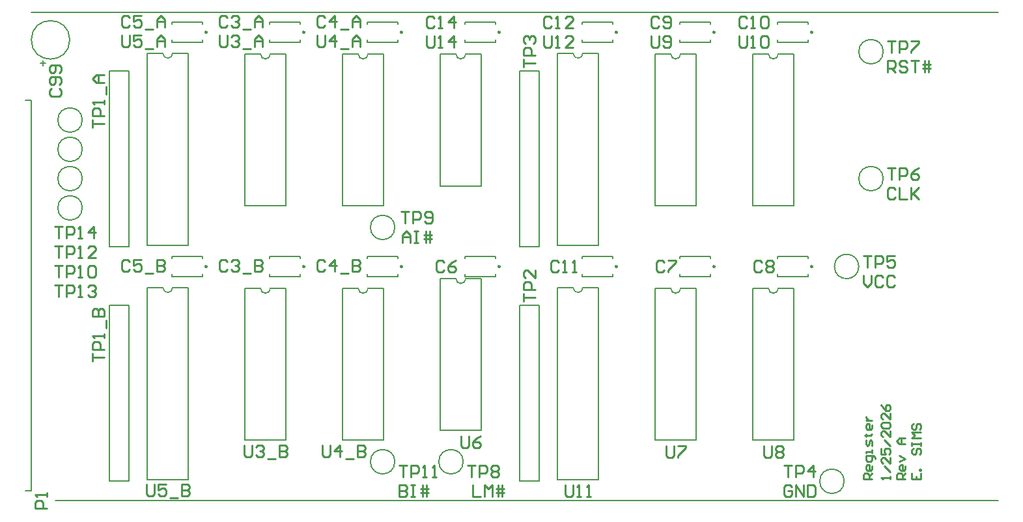
<source format=gto>
G04*
G04 #@! TF.GenerationSoftware,Altium Limited,Altium Designer,21.0.9 (235)*
G04*
G04 Layer_Color=65535*
%FSLAX25Y25*%
%MOIN*%
G70*
G04*
G04 #@! TF.SameCoordinates,9810A963-8346-42D8-B9D0-F92D299A61E0*
G04*
G04*
G04 #@! TF.FilePolarity,Positive*
G04*
G01*
G75*
%ADD10C,0.00787*%
%ADD11C,0.00984*%
%ADD12C,0.00500*%
%ADD13C,0.01000*%
%ADD14C,0.00591*%
D10*
X131240Y260000D02*
G03*
X131240Y260000I-6240J0D01*
G01*
Y275000D02*
G03*
X131240Y275000I-6240J0D01*
G01*
Y290000D02*
G03*
X131240Y290000I-6240J0D01*
G01*
Y305000D02*
G03*
X131240Y305000I-6240J0D01*
G01*
X222500Y338779D02*
G03*
X227500Y338779I2500J0D01*
G01*
X482500D02*
G03*
X487500Y338779I2500J0D01*
G01*
X382500Y339213D02*
G03*
X387500Y339213I2500J0D01*
G01*
X432500Y338779D02*
G03*
X437500Y338779I2500J0D01*
G01*
X291240Y250000D02*
G03*
X291240Y250000I-6240J0D01*
G01*
X482500Y218779D02*
G03*
X487500Y218779I2500J0D01*
G01*
X432500D02*
G03*
X437500Y218779I2500J0D01*
G01*
X382500Y219213D02*
G03*
X387500Y219213I2500J0D01*
G01*
X322500Y223780D02*
G03*
X327500Y223780I2500J0D01*
G01*
X272500Y218779D02*
G03*
X277500Y218779I2500J0D01*
G01*
X222500D02*
G03*
X227500Y218779I2500J0D01*
G01*
X172500Y219213D02*
G03*
X177500Y219213I2500J0D01*
G01*
X541240Y340000D02*
G03*
X541240Y340000I-6240J0D01*
G01*
X291240Y130000D02*
G03*
X291240Y130000I-6240J0D01*
G01*
X326240D02*
G03*
X326240Y130000I-6240J0D01*
G01*
X172500Y339213D02*
G03*
X177500Y339213I2500J0D01*
G01*
X124843Y346063D02*
G03*
X124843Y346063I-9843J0D01*
G01*
X272500Y338779D02*
G03*
X277500Y338779I2500J0D01*
G01*
X521240Y120000D02*
G03*
X521240Y120000I-6240J0D01*
G01*
X528740Y230000D02*
G03*
X528740Y230000I-6240J0D01*
G01*
X541240Y275000D02*
G03*
X541240Y275000I-6240J0D01*
G01*
X322500Y338779D02*
G03*
X327500Y338779I2500J0D01*
G01*
X227205Y344882D02*
X242953D01*
X227205Y355118D02*
X242953D01*
Y344882D02*
Y345965D01*
X227205Y344882D02*
Y345965D01*
X242953Y354035D02*
Y355118D01*
X227205Y354035D02*
Y355118D01*
X214567Y338779D02*
X222500D01*
X227500D02*
X235433D01*
X214567Y261221D02*
X235433D01*
X214567D02*
Y338779D01*
X235433Y261221D02*
Y338779D01*
X277205Y344882D02*
X292953D01*
X277205Y355118D02*
X292953D01*
Y344882D02*
Y345965D01*
X277205Y344882D02*
Y345965D01*
X292953Y354035D02*
Y355118D01*
X277205Y354035D02*
Y355118D01*
X327205Y344882D02*
X342953D01*
X327205Y355118D02*
X342953D01*
Y344882D02*
Y345965D01*
X327205Y344882D02*
Y345965D01*
X342953Y354035D02*
Y355118D01*
X327205Y354035D02*
Y355118D01*
X495433Y261221D02*
Y338779D01*
X474567Y261221D02*
Y338779D01*
Y261221D02*
X495433D01*
X487500Y338779D02*
X495433D01*
X474567D02*
X482500D01*
X487205Y344882D02*
X502953D01*
X487205Y355118D02*
X502953D01*
Y344882D02*
Y345965D01*
X487205Y344882D02*
Y345965D01*
X502953Y354035D02*
Y355118D01*
X487205Y354035D02*
Y355118D01*
X437205Y344882D02*
X452953D01*
X437205Y355118D02*
X452953D01*
Y344882D02*
Y345965D01*
X437205Y344882D02*
Y345965D01*
X452953Y354035D02*
Y355118D01*
X437205Y354035D02*
Y355118D01*
X387205Y344882D02*
X402953D01*
X387205Y355118D02*
X402953D01*
Y344882D02*
Y345965D01*
X387205Y344882D02*
Y345965D01*
X402953Y354035D02*
Y355118D01*
X387205Y354035D02*
Y355118D01*
X374567Y339213D02*
X382500D01*
X387500D02*
X395433D01*
X374567Y240787D02*
X395433D01*
X374567D02*
Y339213D01*
X395433Y240787D02*
Y339213D01*
X445433Y261221D02*
Y338779D01*
X424567Y261221D02*
Y338779D01*
Y261221D02*
X445433D01*
X437500Y338779D02*
X445433D01*
X424567D02*
X432500D01*
X365000Y240000D02*
Y330000D01*
X355000D02*
X365000D01*
X355000Y240000D02*
Y330000D01*
Y240000D02*
X365000D01*
X177205Y224882D02*
X192953D01*
X177205Y235118D02*
X192953D01*
Y224882D02*
Y225965D01*
X177205Y224882D02*
Y225965D01*
X192953Y234035D02*
Y235118D01*
X177205Y234035D02*
Y235118D01*
X227205Y224882D02*
X242953D01*
X227205Y235118D02*
X242953D01*
Y224882D02*
Y225965D01*
X227205Y224882D02*
Y225965D01*
X242953Y234035D02*
Y235118D01*
X227205Y234035D02*
Y235118D01*
X277205Y224882D02*
X292953D01*
X277205Y235118D02*
X292953D01*
Y224882D02*
Y225965D01*
X277205Y224882D02*
Y225965D01*
X292953Y234035D02*
Y235118D01*
X277205Y234035D02*
Y235118D01*
X327205Y224882D02*
X342953D01*
X327205Y235118D02*
X342953D01*
Y224882D02*
Y225965D01*
X327205Y224882D02*
Y225965D01*
X342953Y234035D02*
Y235118D01*
X327205Y234035D02*
Y235118D01*
X387205Y224882D02*
X402953D01*
X387205Y235118D02*
X402953D01*
Y224882D02*
Y225965D01*
X387205Y224882D02*
Y225965D01*
X402953Y234035D02*
Y235118D01*
X387205Y234035D02*
Y235118D01*
X437205Y224882D02*
X452953D01*
X437205Y235118D02*
X452953D01*
Y224882D02*
Y225965D01*
X437205Y224882D02*
Y225965D01*
X452953Y234035D02*
Y235118D01*
X437205Y234035D02*
Y235118D01*
X487205Y224882D02*
X502953D01*
X487205Y235118D02*
X502953D01*
Y224882D02*
Y225965D01*
X487205Y224882D02*
Y225965D01*
X502953Y234035D02*
Y235118D01*
X487205Y234035D02*
Y235118D01*
X495433Y141220D02*
Y218779D01*
X474567Y141220D02*
Y218779D01*
Y141220D02*
X495433D01*
X487500Y218779D02*
X495433D01*
X474567D02*
X482500D01*
X445433Y141220D02*
Y218779D01*
X424567Y141220D02*
Y218779D01*
Y141220D02*
X445433D01*
X437500Y218779D02*
X445433D01*
X424567D02*
X432500D01*
X374567Y219213D02*
X382500D01*
X387500D02*
X395433D01*
X374567Y120787D02*
X395433D01*
X374567D02*
Y219213D01*
X395433Y120787D02*
Y219213D01*
X335433Y146221D02*
Y223780D01*
X314567Y146221D02*
Y223780D01*
Y146221D02*
X335433D01*
X327500Y223780D02*
X335433D01*
X314567D02*
X322500D01*
X264567Y218779D02*
X272500D01*
X277500D02*
X285433D01*
X264567Y141220D02*
X285433D01*
X264567D02*
Y218779D01*
X285433Y141220D02*
Y218779D01*
X235433Y141220D02*
Y218779D01*
X214567Y141220D02*
Y218779D01*
Y141220D02*
X235433D01*
X227500Y218779D02*
X235433D01*
X214567D02*
X222500D01*
X164567Y219213D02*
X172500D01*
X177500D02*
X185433D01*
X164567Y120787D02*
X185433D01*
X164567D02*
Y219213D01*
X185433Y120787D02*
Y219213D01*
X365000Y120000D02*
Y210000D01*
X355000D02*
X365000D01*
X355000Y120000D02*
Y210000D01*
Y120000D02*
X365000D01*
X164567Y339213D02*
X172500D01*
X177500D02*
X185433D01*
X164567Y240787D02*
X185433D01*
X164567D02*
Y339213D01*
X185433Y240787D02*
Y339213D01*
X155000Y120000D02*
Y210000D01*
X145000D02*
X155000D01*
X145000Y120000D02*
Y210000D01*
Y120000D02*
X155000D01*
X177205Y344882D02*
X192953D01*
X177205Y355118D02*
X192953D01*
Y344882D02*
Y345965D01*
X177205Y344882D02*
Y345965D01*
X192953Y354035D02*
Y355118D01*
X177205Y354035D02*
Y355118D01*
X145000Y240000D02*
X155000D01*
X145000D02*
Y330000D01*
X155000D01*
Y240000D02*
Y330000D01*
X285433Y261221D02*
Y338779D01*
X264567Y261221D02*
Y338779D01*
Y261221D02*
X285433D01*
X277500Y338779D02*
X285433D01*
X264567D02*
X272500D01*
X102000Y115000D02*
X105000D01*
X102000Y315000D02*
X105000D01*
Y115000D02*
Y122500D01*
Y315000D01*
X314567Y338779D02*
X322500D01*
X327500D02*
X335433D01*
X314567Y271220D02*
X335433D01*
X314567D02*
Y338779D01*
X335433Y271220D02*
Y338779D01*
D11*
X245118Y350000D02*
G03*
X245118Y350000I-492J0D01*
G01*
X295118D02*
G03*
X295118Y350000I-492J0D01*
G01*
X345118D02*
G03*
X345118Y350000I-492J0D01*
G01*
X505118D02*
G03*
X505118Y350000I-492J0D01*
G01*
X455118D02*
G03*
X455118Y350000I-492J0D01*
G01*
X405118D02*
G03*
X405118Y350000I-492J0D01*
G01*
X195118Y230000D02*
G03*
X195118Y230000I-492J0D01*
G01*
X245118D02*
G03*
X245118Y230000I-492J0D01*
G01*
X295118D02*
G03*
X295118Y230000I-492J0D01*
G01*
X345118D02*
G03*
X345118Y230000I-492J0D01*
G01*
X405118D02*
G03*
X405118Y230000I-492J0D01*
G01*
X455118D02*
G03*
X455118Y230000I-492J0D01*
G01*
X505118D02*
G03*
X505118Y230000I-492J0D01*
G01*
X195118Y350000D02*
G03*
X195118Y350000I-492J0D01*
G01*
D12*
X105000Y360000D02*
X600000D01*
X117500Y110000D02*
X600000Y110000D01*
D13*
X535499Y121000D02*
X531000D01*
Y123249D01*
X531750Y123999D01*
X533249D01*
X533999Y123249D01*
Y121000D01*
Y122500D02*
X535499Y123999D01*
Y127748D02*
Y126248D01*
X534749Y125499D01*
X533249D01*
X532500Y126248D01*
Y127748D01*
X533249Y128498D01*
X533999D01*
Y125499D01*
X536998Y131497D02*
Y132246D01*
X536248Y132996D01*
X532500D01*
Y130747D01*
X533249Y129997D01*
X534749D01*
X535499Y130747D01*
Y132996D01*
Y134496D02*
Y135995D01*
Y135245D01*
X532500D01*
Y134496D01*
X535499Y138244D02*
Y140494D01*
X534749Y141244D01*
X533999Y140494D01*
Y138994D01*
X533249Y138244D01*
X532500Y138994D01*
Y141244D01*
X531750Y143493D02*
X532500D01*
Y142743D01*
Y144243D01*
Y143493D01*
X534749D01*
X535499Y144243D01*
Y148741D02*
Y147242D01*
X534749Y146492D01*
X533249D01*
X532500Y147242D01*
Y148741D01*
X533249Y149491D01*
X533999D01*
Y146492D01*
X532500Y150990D02*
X535499D01*
X533999D01*
X533249Y151740D01*
X532500Y152490D01*
Y153240D01*
X544796Y121000D02*
Y122500D01*
Y121750D01*
X540298D01*
X541047Y121000D01*
X544796Y124749D02*
X541797Y127748D01*
X544796Y132246D02*
Y129247D01*
X541797Y132246D01*
X541047D01*
X540298Y131497D01*
Y129997D01*
X541047Y129247D01*
X540298Y136745D02*
Y133746D01*
X542547D01*
X541797Y135245D01*
Y135995D01*
X542547Y136745D01*
X544047D01*
X544796Y135995D01*
Y134496D01*
X544047Y133746D01*
X544796Y138244D02*
X541797Y141244D01*
X544796Y145742D02*
Y142743D01*
X541797Y145742D01*
X541047D01*
X540298Y144992D01*
Y143493D01*
X541047Y142743D01*
Y147242D02*
X540298Y147991D01*
Y149491D01*
X541047Y150241D01*
X544047D01*
X544796Y149491D01*
Y147991D01*
X544047Y147242D01*
X541047D01*
X544796Y154739D02*
Y151740D01*
X541797Y154739D01*
X541047D01*
X540298Y153989D01*
Y152490D01*
X541047Y151740D01*
X540298Y159238D02*
X541047Y157738D01*
X542547Y156239D01*
X544047D01*
X544796Y156988D01*
Y158488D01*
X544047Y159238D01*
X543297D01*
X542547Y158488D01*
Y156239D01*
X552595Y121000D02*
X548096D01*
Y123249D01*
X548846Y123999D01*
X550345D01*
X551095Y123249D01*
Y121000D01*
Y122500D02*
X552595Y123999D01*
Y127748D02*
Y126248D01*
X551845Y125499D01*
X550345D01*
X549595Y126248D01*
Y127748D01*
X550345Y128498D01*
X551095D01*
Y125499D01*
X549595Y129997D02*
X552595Y131497D01*
X549595Y132996D01*
X552595Y138994D02*
X549595D01*
X548096Y140494D01*
X549595Y141993D01*
X552595D01*
X550345D01*
Y138994D01*
X555894Y123999D02*
Y121000D01*
X560393D01*
Y123999D01*
X558144Y121000D02*
Y122500D01*
X560393Y125499D02*
X559643D01*
Y126248D01*
X560393D01*
Y125499D01*
X556644Y136745D02*
X555894Y135995D01*
Y134496D01*
X556644Y133746D01*
X557394D01*
X558144Y134496D01*
Y135995D01*
X558893Y136745D01*
X559643D01*
X560393Y135995D01*
Y134496D01*
X559643Y133746D01*
X555894Y138244D02*
Y139744D01*
Y138994D01*
X560393D01*
Y138244D01*
Y139744D01*
Y141993D02*
X555894D01*
X557394Y143493D01*
X555894Y144992D01*
X560393D01*
X556644Y149491D02*
X555894Y148741D01*
Y147242D01*
X556644Y146492D01*
X557394D01*
X558144Y147242D01*
Y148741D01*
X558893Y149491D01*
X559643D01*
X560393Y148741D01*
Y147242D01*
X559643Y146492D01*
X543500Y345499D02*
X547499D01*
X545499D01*
Y339501D01*
X549498D02*
Y345499D01*
X552497D01*
X553497Y344499D01*
Y342500D01*
X552497Y341500D01*
X549498D01*
X555496Y345499D02*
X559495D01*
Y344499D01*
X555496Y340501D01*
Y339501D01*
X543500Y329501D02*
Y335499D01*
X546499D01*
X547499Y334499D01*
Y332500D01*
X546499Y331500D01*
X543500D01*
X545499D02*
X547499Y329501D01*
X553497Y334499D02*
X552497Y335499D01*
X550498D01*
X549498Y334499D01*
Y333500D01*
X550498Y332500D01*
X552497D01*
X553497Y331500D01*
Y330501D01*
X552497Y329501D01*
X550498D01*
X549498Y330501D01*
X555496Y335499D02*
X559495D01*
X557495D01*
Y329501D01*
X562494D02*
Y335499D01*
X564493D02*
Y329501D01*
X561494Y333500D02*
X564493D01*
X565493D01*
X561494Y331500D02*
X565493D01*
X117003Y220499D02*
X121002D01*
X119003D01*
Y214501D01*
X123002D02*
Y220499D01*
X126000D01*
X127000Y219499D01*
Y217500D01*
X126000Y216500D01*
X123002D01*
X128999Y214501D02*
X130999D01*
X129999D01*
Y220499D01*
X128999Y219499D01*
X133998D02*
X134998Y220499D01*
X136997D01*
X137997Y219499D01*
Y218500D01*
X136997Y217500D01*
X135997D01*
X136997D01*
X137997Y216500D01*
Y215501D01*
X136997Y214501D01*
X134998D01*
X133998Y215501D01*
X117003Y230499D02*
X121002D01*
X119003D01*
Y224501D01*
X123002D02*
Y230499D01*
X126000D01*
X127000Y229499D01*
Y227500D01*
X126000Y226500D01*
X123002D01*
X128999Y224501D02*
X130999D01*
X129999D01*
Y230499D01*
X128999Y229499D01*
X133998D02*
X134998Y230499D01*
X136997D01*
X137997Y229499D01*
Y225501D01*
X136997Y224501D01*
X134998D01*
X133998Y225501D01*
Y229499D01*
X117003Y240499D02*
X121002D01*
X119003D01*
Y234501D01*
X123002D02*
Y240499D01*
X126000D01*
X127000Y239499D01*
Y237500D01*
X126000Y236500D01*
X123002D01*
X128999Y234501D02*
X130999D01*
X129999D01*
Y240499D01*
X128999Y239499D01*
X137997Y234501D02*
X133998D01*
X137997Y238500D01*
Y239499D01*
X136997Y240499D01*
X134998D01*
X133998Y239499D01*
X328500Y127999D02*
X332499D01*
X330499D01*
Y122001D01*
X334498D02*
Y127999D01*
X337497D01*
X338497Y126999D01*
Y125000D01*
X337497Y124000D01*
X334498D01*
X340496Y126999D02*
X341496Y127999D01*
X343495D01*
X344495Y126999D01*
Y126000D01*
X343495Y125000D01*
X344495Y124000D01*
Y123001D01*
X343495Y122001D01*
X341496D01*
X340496Y123001D01*
Y124000D01*
X341496Y125000D01*
X340496Y126000D01*
Y126999D01*
X341496Y125000D02*
X343495D01*
X331000Y117999D02*
Y112001D01*
X334999D01*
X336998D02*
Y117999D01*
X338997Y116000D01*
X340997Y117999D01*
Y112001D01*
X343996D02*
Y117999D01*
X345995D02*
Y112001D01*
X342996Y116000D02*
X345995D01*
X346995D01*
X342996Y114000D02*
X346995D01*
X117003Y250499D02*
X121002D01*
X119003D01*
Y244501D01*
X123002D02*
Y250499D01*
X126000D01*
X127000Y249499D01*
Y247500D01*
X126000Y246500D01*
X123002D01*
X128999Y244501D02*
X130999D01*
X129999D01*
Y250499D01*
X128999Y249499D01*
X136997Y244501D02*
Y250499D01*
X133998Y247500D01*
X137997D01*
X294503Y257999D02*
X298501D01*
X296502D01*
Y252001D01*
X300501D02*
Y257999D01*
X303500D01*
X304499Y256999D01*
Y255000D01*
X303500Y254000D01*
X300501D01*
X306499Y253001D02*
X307498Y252001D01*
X309498D01*
X310497Y253001D01*
Y256999D01*
X309498Y257999D01*
X307498D01*
X306499Y256999D01*
Y256000D01*
X307498Y255000D01*
X310497D01*
X295002Y242001D02*
Y246000D01*
X297002Y247999D01*
X299001Y246000D01*
Y242001D01*
Y245000D01*
X295002D01*
X301000Y247999D02*
X303000D01*
X302000D01*
Y242001D01*
X301000D01*
X303000D01*
X306998D02*
Y247999D01*
X308998D02*
Y242001D01*
X305999Y246000D02*
X308998D01*
X309998D01*
X305999Y244000D02*
X309998D01*
X293500Y127999D02*
X297499D01*
X295499D01*
Y122001D01*
X299498D02*
Y127999D01*
X302497D01*
X303497Y126999D01*
Y125000D01*
X302497Y124000D01*
X299498D01*
X305496Y122001D02*
X307495D01*
X306496D01*
Y127999D01*
X305496Y126999D01*
X310494Y122001D02*
X312494D01*
X311494D01*
Y127999D01*
X310494Y126999D01*
X293500Y117999D02*
Y112001D01*
X296499D01*
X297499Y113001D01*
Y114000D01*
X296499Y115000D01*
X293500D01*
X296499D01*
X297499Y116000D01*
Y116999D01*
X296499Y117999D01*
X293500D01*
X299498D02*
X301497D01*
X300498D01*
Y112001D01*
X299498D01*
X301497D01*
X305496D02*
Y117999D01*
X307495D02*
Y112001D01*
X304496Y116000D02*
X307495D01*
X308495D01*
X304496Y114000D02*
X308495D01*
X357001Y332003D02*
Y336001D01*
Y334002D01*
X362999D01*
Y338001D02*
X357001D01*
Y341000D01*
X358001Y341999D01*
X360000D01*
X361000Y341000D01*
Y338001D01*
X358001Y343999D02*
X357001Y344998D01*
Y346998D01*
X358001Y347997D01*
X359000D01*
X360000Y346998D01*
Y345998D01*
Y346998D01*
X361000Y347997D01*
X361999D01*
X362999Y346998D01*
Y344998D01*
X361999Y343999D01*
X357001Y212003D02*
Y216001D01*
Y214002D01*
X362999D01*
Y218001D02*
X357001D01*
Y221000D01*
X358001Y221999D01*
X360000D01*
X361000Y221000D01*
Y218001D01*
X362999Y227997D02*
Y223999D01*
X359000Y227997D01*
X358001D01*
X357001Y226998D01*
Y224998D01*
X358001Y223999D01*
X136501Y181504D02*
Y185503D01*
Y183504D01*
X142499D01*
Y187502D02*
X136501D01*
Y190501D01*
X137501Y191501D01*
X139500D01*
X140500Y190501D01*
Y187502D01*
X142499Y193500D02*
Y195500D01*
Y194500D01*
X136501D01*
X137501Y193500D01*
X143499Y198499D02*
Y202498D01*
X136501Y204497D02*
X142499D01*
Y207496D01*
X141499Y208496D01*
X140500D01*
X139500Y207496D01*
Y204497D01*
Y207496D01*
X138500Y208496D01*
X137501D01*
X136501Y207496D01*
Y204497D01*
X136501Y301000D02*
Y304999D01*
Y302999D01*
X142499D01*
Y306998D02*
X136501D01*
Y309997D01*
X137501Y310997D01*
X139500D01*
X140500Y309997D01*
Y306998D01*
X142499Y312996D02*
Y314996D01*
Y313996D01*
X136501D01*
X137501Y312996D01*
X143499Y317994D02*
Y321993D01*
X142499Y323993D02*
X138500D01*
X136501Y325992D01*
X138500Y327991D01*
X142499D01*
X139500D01*
Y323993D01*
X311501Y356999D02*
X310502Y357999D01*
X308502D01*
X307502Y356999D01*
Y353001D01*
X308502Y352001D01*
X310502D01*
X311501Y353001D01*
X313500Y352001D02*
X315500D01*
X314500D01*
Y357999D01*
X313500Y356999D01*
X321498Y352001D02*
Y357999D01*
X318499Y355000D01*
X322498D01*
X371501Y356999D02*
X370501Y357999D01*
X368502D01*
X367502Y356999D01*
Y353001D01*
X368502Y352001D01*
X370501D01*
X371501Y353001D01*
X373500Y352001D02*
X375500D01*
X374500D01*
Y357999D01*
X373500Y356999D01*
X382498Y352001D02*
X378499D01*
X382498Y356000D01*
Y356999D01*
X381498Y357999D01*
X379499D01*
X378499Y356999D01*
X375001Y231999D02*
X374001Y232999D01*
X372002D01*
X371002Y231999D01*
Y228001D01*
X372002Y227001D01*
X374001D01*
X375001Y228001D01*
X377000Y227001D02*
X378999D01*
X378000D01*
Y232999D01*
X377000Y231999D01*
X381998Y227001D02*
X383998D01*
X382998D01*
Y232999D01*
X381998Y231999D01*
X471501Y356999D02*
X470502Y357999D01*
X468502D01*
X467502Y356999D01*
Y353001D01*
X468502Y352001D01*
X470502D01*
X471501Y353001D01*
X473500Y352001D02*
X475500D01*
X474500D01*
Y357999D01*
X473500Y356999D01*
X478499D02*
X479498Y357999D01*
X481498D01*
X482498Y356999D01*
Y353001D01*
X481498Y352001D01*
X479498D01*
X478499Y353001D01*
Y356999D01*
X426500D02*
X425501Y357999D01*
X423501D01*
X422502Y356999D01*
Y353001D01*
X423501Y352001D01*
X425501D01*
X426500Y353001D01*
X428500D02*
X429499Y352001D01*
X431499D01*
X432498Y353001D01*
Y356999D01*
X431499Y357999D01*
X429499D01*
X428500Y356999D01*
Y356000D01*
X429499Y355000D01*
X432498D01*
X479000Y231999D02*
X478001Y232999D01*
X476001D01*
X475002Y231999D01*
Y228001D01*
X476001Y227001D01*
X478001D01*
X479000Y228001D01*
X481000Y231999D02*
X481999Y232999D01*
X483999D01*
X484998Y231999D01*
Y231000D01*
X483999Y230000D01*
X484998Y229000D01*
Y228001D01*
X483999Y227001D01*
X481999D01*
X481000Y228001D01*
Y229000D01*
X481999Y230000D01*
X481000Y231000D01*
Y231999D01*
X481999Y230000D02*
X483999D01*
X429000Y231999D02*
X428001Y232999D01*
X426001D01*
X425002Y231999D01*
Y228001D01*
X426001Y227001D01*
X428001D01*
X429000Y228001D01*
X431000Y232999D02*
X434998D01*
Y231999D01*
X431000Y228001D01*
Y227001D01*
X316500Y231999D02*
X315501Y232999D01*
X313501D01*
X312502Y231999D01*
Y228001D01*
X313501Y227001D01*
X315501D01*
X316500Y228001D01*
X322498Y232999D02*
X320499Y231999D01*
X318500Y230000D01*
Y228001D01*
X319499Y227001D01*
X321499D01*
X322498Y228001D01*
Y229000D01*
X321499Y230000D01*
X318500D01*
X155502Y232499D02*
X154503Y233499D01*
X152503D01*
X151504Y232499D01*
Y228501D01*
X152503Y227501D01*
X154503D01*
X155502Y228501D01*
X161500Y233499D02*
X157502D01*
Y230500D01*
X159501Y231500D01*
X160501D01*
X161500Y230500D01*
Y228501D01*
X160501Y227501D01*
X158501D01*
X157502Y228501D01*
X163500Y226501D02*
X167498D01*
X169498Y233499D02*
Y227501D01*
X172497D01*
X173496Y228501D01*
Y229500D01*
X172497Y230500D01*
X169498D01*
X172497D01*
X173496Y231500D01*
Y232499D01*
X172497Y233499D01*
X169498D01*
X155502Y357499D02*
X154503Y358499D01*
X152503D01*
X151504Y357499D01*
Y353501D01*
X152503Y352501D01*
X154503D01*
X155502Y353501D01*
X161500Y358499D02*
X157502D01*
Y355500D01*
X159501Y356500D01*
X160501D01*
X161500Y355500D01*
Y353501D01*
X160501Y352501D01*
X158501D01*
X157502Y353501D01*
X163500Y351501D02*
X167498D01*
X169498Y352501D02*
Y356500D01*
X171497Y358499D01*
X173496Y356500D01*
Y352501D01*
Y355500D01*
X169498D01*
X255502Y232499D02*
X254503Y233499D01*
X252503D01*
X251504Y232499D01*
Y228501D01*
X252503Y227501D01*
X254503D01*
X255502Y228501D01*
X260501Y227501D02*
Y233499D01*
X257502Y230500D01*
X261500D01*
X263500Y226501D02*
X267498D01*
X269498Y233499D02*
Y227501D01*
X272497D01*
X273497Y228501D01*
Y229500D01*
X272497Y230500D01*
X269498D01*
X272497D01*
X273497Y231500D01*
Y232499D01*
X272497Y233499D01*
X269498D01*
X255502Y357499D02*
X254503Y358499D01*
X252503D01*
X251504Y357499D01*
Y353501D01*
X252503Y352501D01*
X254503D01*
X255502Y353501D01*
X260501Y352501D02*
Y358499D01*
X257502Y355500D01*
X261500D01*
X263500Y351501D02*
X267498D01*
X269498Y352501D02*
Y356500D01*
X271497Y358499D01*
X273497Y356500D01*
Y352501D01*
Y355500D01*
X269498D01*
X205502Y232499D02*
X204503Y233499D01*
X202503D01*
X201504Y232499D01*
Y228501D01*
X202503Y227501D01*
X204503D01*
X205502Y228501D01*
X207502Y232499D02*
X208501Y233499D01*
X210501D01*
X211500Y232499D01*
Y231500D01*
X210501Y230500D01*
X209501D01*
X210501D01*
X211500Y229500D01*
Y228501D01*
X210501Y227501D01*
X208501D01*
X207502Y228501D01*
X213500Y226501D02*
X217498D01*
X219498Y233499D02*
Y227501D01*
X222497D01*
X223497Y228501D01*
Y229500D01*
X222497Y230500D01*
X219498D01*
X222497D01*
X223497Y231500D01*
Y232499D01*
X222497Y233499D01*
X219498D01*
X205502Y357499D02*
X204503Y358499D01*
X202503D01*
X201504Y357499D01*
Y353501D01*
X202503Y352501D01*
X204503D01*
X205502Y353501D01*
X207502Y357499D02*
X208501Y358499D01*
X210501D01*
X211500Y357499D01*
Y356500D01*
X210501Y355500D01*
X209501D01*
X210501D01*
X211500Y354500D01*
Y353501D01*
X210501Y352501D01*
X208501D01*
X207502Y353501D01*
X213500Y351501D02*
X217498D01*
X219498Y352501D02*
Y356500D01*
X221497Y358499D01*
X223497Y356500D01*
Y352501D01*
Y355500D01*
X219498D01*
X490505Y127999D02*
X494504D01*
X492505D01*
Y122001D01*
X496503D02*
Y127999D01*
X499502D01*
X500502Y126999D01*
Y125000D01*
X499502Y124000D01*
X496503D01*
X505500Y122001D02*
Y127999D01*
X502501Y125000D01*
X506500D01*
X494504Y116999D02*
X493504Y117999D01*
X491505D01*
X490505Y116999D01*
Y113001D01*
X491505Y112001D01*
X493504D01*
X494504Y113001D01*
Y115000D01*
X492505D01*
X496503Y112001D02*
Y117999D01*
X500502Y112001D01*
Y117999D01*
X502501D02*
Y112001D01*
X505500D01*
X506500Y113001D01*
Y116999D01*
X505500Y117999D01*
X502501D01*
X531000Y235499D02*
X534999D01*
X532999D01*
Y229501D01*
X536998D02*
Y235499D01*
X539997D01*
X540997Y234499D01*
Y232500D01*
X539997Y231500D01*
X536998D01*
X546995Y235499D02*
X542996D01*
Y232500D01*
X544995Y233500D01*
X545995D01*
X546995Y232500D01*
Y230501D01*
X545995Y229501D01*
X543996D01*
X542996Y230501D01*
X531000Y225499D02*
Y221500D01*
X532999Y219501D01*
X534999Y221500D01*
Y225499D01*
X540997Y224499D02*
X539997Y225499D01*
X537998D01*
X536998Y224499D01*
Y220501D01*
X537998Y219501D01*
X539997D01*
X540997Y220501D01*
X546995Y224499D02*
X545995Y225499D01*
X543996D01*
X542996Y224499D01*
Y220501D01*
X543996Y219501D01*
X545995D01*
X546995Y220501D01*
X543500Y280499D02*
X547499D01*
X545499D01*
Y274501D01*
X549498D02*
Y280499D01*
X552497D01*
X553497Y279499D01*
Y277500D01*
X552497Y276500D01*
X549498D01*
X559495Y280499D02*
X557495Y279499D01*
X555496Y277500D01*
Y275501D01*
X556496Y274501D01*
X558495D01*
X559495Y275501D01*
Y276500D01*
X558495Y277500D01*
X555496D01*
X547499Y269499D02*
X546499Y270499D01*
X544500D01*
X543500Y269499D01*
Y265501D01*
X544500Y264501D01*
X546499D01*
X547499Y265501D01*
X549498Y270499D02*
Y264501D01*
X553497D01*
X555496Y270499D02*
Y264501D01*
Y266500D01*
X559495Y270499D01*
X556496Y267500D01*
X559495Y264501D01*
X307502Y347999D02*
Y343001D01*
X308502Y342001D01*
X310502D01*
X311501Y343001D01*
Y347999D01*
X313500Y342001D02*
X315500D01*
X314500D01*
Y347999D01*
X313500Y346999D01*
X321498Y342001D02*
Y347999D01*
X318499Y345000D01*
X322498D01*
X115501Y321001D02*
X114501Y320002D01*
Y318002D01*
X115501Y317003D01*
X119499D01*
X120499Y318002D01*
Y320002D01*
X119499Y321001D01*
Y323001D02*
X120499Y324000D01*
Y326000D01*
X119499Y326999D01*
X115501D01*
X114501Y326000D01*
Y324000D01*
X115501Y323001D01*
X116500D01*
X117500Y324000D01*
Y326999D01*
X119499Y328999D02*
X120499Y329998D01*
Y331998D01*
X119499Y332997D01*
X115501D01*
X114501Y331998D01*
Y329998D01*
X115501Y328999D01*
X116500D01*
X117500Y329998D01*
Y332997D01*
X467502Y347999D02*
Y343001D01*
X468502Y342001D01*
X470502D01*
X471501Y343001D01*
Y347999D01*
X473500Y342001D02*
X475500D01*
X474500D01*
Y347999D01*
X473500Y346999D01*
X478499D02*
X479498Y347999D01*
X481498D01*
X482498Y346999D01*
Y343001D01*
X481498Y342001D01*
X479498D01*
X478499Y343001D01*
Y346999D01*
X367502Y347999D02*
Y343001D01*
X368502Y342001D01*
X370501D01*
X371501Y343001D01*
Y347999D01*
X373500Y342001D02*
X375500D01*
X374500D01*
Y347999D01*
X373500Y346999D01*
X382498Y342001D02*
X378499D01*
X382498Y346000D01*
Y346999D01*
X381498Y347999D01*
X379499D01*
X378499Y346999D01*
X378502Y117999D02*
Y113001D01*
X379502Y112001D01*
X381501D01*
X382501Y113001D01*
Y117999D01*
X384500Y112001D02*
X386500D01*
X385500D01*
Y117999D01*
X384500Y116999D01*
X389498Y112001D02*
X391498D01*
X390498D01*
Y117999D01*
X389498Y116999D01*
X422502Y347999D02*
Y343001D01*
X423501Y342001D01*
X425501D01*
X426500Y343001D01*
Y347999D01*
X428500Y343001D02*
X429499Y342001D01*
X431499D01*
X432498Y343001D01*
Y346999D01*
X431499Y347999D01*
X429499D01*
X428500Y346999D01*
Y346000D01*
X429499Y345000D01*
X432498D01*
X430002Y137999D02*
Y133001D01*
X431001Y132001D01*
X433001D01*
X434000Y133001D01*
Y137999D01*
X436000D02*
X439998D01*
Y136999D01*
X436000Y133001D01*
Y132001D01*
X480002Y137999D02*
Y133001D01*
X481001Y132001D01*
X483001D01*
X484000Y133001D01*
Y137999D01*
X486000Y136999D02*
X486999Y137999D01*
X488999D01*
X489998Y136999D01*
Y136000D01*
X488999Y135000D01*
X489998Y134000D01*
Y133001D01*
X488999Y132001D01*
X486999D01*
X486000Y133001D01*
Y134000D01*
X486999Y135000D01*
X486000Y136000D01*
Y136999D01*
X486999Y135000D02*
X488999D01*
X325002Y142999D02*
Y138001D01*
X326001Y137001D01*
X328001D01*
X329000Y138001D01*
Y142999D01*
X334998D02*
X332999Y141999D01*
X331000Y140000D01*
Y138001D01*
X331999Y137001D01*
X333999D01*
X334998Y138001D01*
Y139000D01*
X333999Y140000D01*
X331000D01*
X164004Y118499D02*
Y113500D01*
X165003Y112501D01*
X167003D01*
X168002Y113500D01*
Y118499D01*
X174000D02*
X170002D01*
Y115500D01*
X172001Y116499D01*
X173001D01*
X174000Y115500D01*
Y113500D01*
X173001Y112501D01*
X171001D01*
X170002Y113500D01*
X176000Y111501D02*
X179998D01*
X181998Y118499D02*
Y112501D01*
X184997D01*
X185996Y113500D01*
Y114500D01*
X184997Y115500D01*
X181998D01*
X184997D01*
X185996Y116499D01*
Y117499D01*
X184997Y118499D01*
X181998D01*
X151504Y348499D02*
Y343500D01*
X152503Y342501D01*
X154503D01*
X155502Y343500D01*
Y348499D01*
X161500D02*
X157502D01*
Y345500D01*
X159501Y346499D01*
X160501D01*
X161500Y345500D01*
Y343500D01*
X160501Y342501D01*
X158501D01*
X157502Y343500D01*
X163500Y341501D02*
X167498D01*
X169498Y342501D02*
Y346499D01*
X171497Y348499D01*
X173496Y346499D01*
Y342501D01*
Y345500D01*
X169498D01*
X254004Y138499D02*
Y133501D01*
X255003Y132501D01*
X257003D01*
X258002Y133501D01*
Y138499D01*
X263001Y132501D02*
Y138499D01*
X260002Y135500D01*
X264000D01*
X266000Y131501D02*
X269998D01*
X271998Y138499D02*
Y132501D01*
X274997D01*
X275996Y133501D01*
Y134500D01*
X274997Y135500D01*
X271998D01*
X274997D01*
X275996Y136500D01*
Y137499D01*
X274997Y138499D01*
X271998D01*
X251504Y348499D02*
Y343500D01*
X252503Y342501D01*
X254503D01*
X255502Y343500D01*
Y348499D01*
X260501Y342501D02*
Y348499D01*
X257502Y345500D01*
X261500D01*
X263500Y341501D02*
X267498D01*
X269498Y342501D02*
Y346499D01*
X271497Y348499D01*
X273497Y346499D01*
Y342501D01*
Y345500D01*
X269498D01*
X214004Y138499D02*
Y133501D01*
X215003Y132501D01*
X217003D01*
X218002Y133501D01*
Y138499D01*
X220002Y137499D02*
X221001Y138499D01*
X223001D01*
X224000Y137499D01*
Y136500D01*
X223001Y135500D01*
X222001D01*
X223001D01*
X224000Y134500D01*
Y133501D01*
X223001Y132501D01*
X221001D01*
X220002Y133501D01*
X226000Y131501D02*
X229998D01*
X231998Y138499D02*
Y132501D01*
X234997D01*
X235997Y133501D01*
Y134500D01*
X234997Y135500D01*
X231998D01*
X234997D01*
X235997Y136500D01*
Y137499D01*
X234997Y138499D01*
X231998D01*
X201504Y348499D02*
Y343500D01*
X202503Y342501D01*
X204503D01*
X205502Y343500D01*
Y348499D01*
X207502Y347499D02*
X208501Y348499D01*
X210501D01*
X211500Y347499D01*
Y346499D01*
X210501Y345500D01*
X209501D01*
X210501D01*
X211500Y344500D01*
Y343500D01*
X210501Y342501D01*
X208501D01*
X207502Y343500D01*
X213500Y341501D02*
X217498D01*
X219498Y342501D02*
Y346499D01*
X221497Y348499D01*
X223497Y346499D01*
Y342501D01*
Y345500D01*
X219498D01*
X112999Y106001D02*
X107001D01*
Y109000D01*
X108001Y110000D01*
X110000D01*
X111000Y109000D01*
Y106001D01*
X112999Y111999D02*
Y113999D01*
Y112999D01*
X107001D01*
X108001Y111999D01*
D14*
X111063Y335585D02*
Y332919D01*
X112396Y334252D02*
X109730D01*
M02*

</source>
